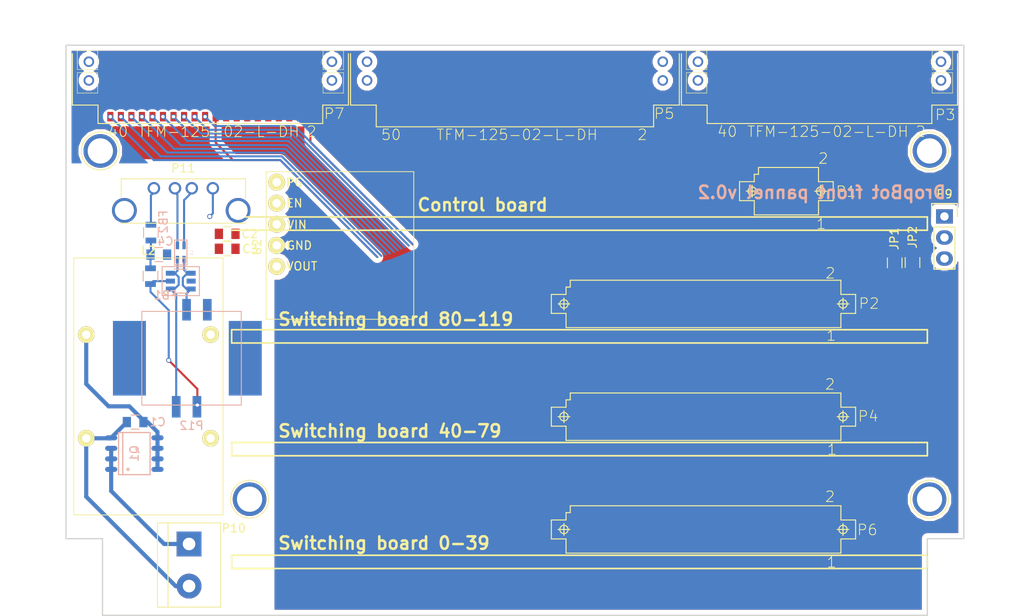
<source format=kicad_pcb>
(kicad_pcb (version 4) (host pcbnew 4.0.1-stable)
  (title_block (title "DropBot front pannel") (date 2016-12-18) (rev 0.1) (company "Sci-Bots Inc."))
  (layers (0 F.Cu signal) (1 PWR power hide) (2 GND power) (31 B.Cu signal) (34 B.Paste user) (35 F.Paste user) (36 B.SilkS user) (37 F.SilkS user) (38 B.Mask user) (39 F.Mask user) (44 Edge.Cuts user))
  (net 0 "")
  (net 1 SCL)
  (net 2 GND)
  (net 3 +12V)
  (net 4 SDA)
  (net 5 +3.3V)
  (net 6 CUR_SENSE)
  (net 7 HVOUT34)
  (net 8 HVOUT36)
  (net 9 HVOUT38)
  (net 10 HVOUT18)
  (net 11 HVOUT20)
  (net 12 HVOUT24)
  (net 13 HVOUT22)
  (net 14 HVOUT30)
  (net 15 HVOUT32)
  (net 16 HVOUT28)
  (net 17 HVOUT26)
  (net 18 HVOUT10)
  (net 19 HVOUT12)
  (net 20 HVOUT16)
  (net 21 HVOUT14)
  (net 22 HVOUT6)
  (net 23 HVOUT8)
  (net 24 HVOUT4)
  (net 25 HVGND)
  (net 26 HVOUT33)
  (net 27 HVOUT35)
  (net 28 HVOUT39)
  (net 29 HVOUT37)
  (net 30 HVOUT17)
  (net 31 HVOUT19)
  (net 32 HVOUT23)
  (net 33 HVOUT21)
  (net 34 HVOUT5)
  (net 35 HVOUT7)
  (net 36 HVOUT3)
  (net 37 HVOUT1)
  (net 38 HVOUT9)
  (net 39 HVOUT11)
  (net 40 HVOUT15)
  (net 41 HVOUT13)
  (net 42 HVOUT0)
  (net 43 HVOUT2)
  (net 44 HVOUT25)
  (net 45 HVOUT27)
  (net 46 HVOUT31)
  (net 47 HVOUT29)
  (net 48 HVOUT68)
  (net 49 HVOUT70)
  (net 50 HVOUT74)
  (net 51 HVOUT72)
  (net 52 HVOUT78)
  (net 53 HVOUT76)
  (net 54 HVOUT69)
  (net 55 HVOUT71)
  (net 56 HVOUT75)
  (net 57 HVOUT73)
  (net 58 HVOUT79)
  (net 59 HVOUT77)
  (net 60 HVOUT61)
  (net 61 HVOUT63)
  (net 62 HVOUT67)
  (net 63 HVOUT65)
  (net 64 HVOUT60)
  (net 65 HVOUT62)
  (net 66 HVOUT66)
  (net 67 HVOUT64)
  (net 68 HVOUT56)
  (net 69 HVOUT58)
  (net 70 HVOUT44)
  (net 71 HVOUT46)
  (net 72 HVOUT42)
  (net 73 HVOUT48)
  (net 74 HVOUT50)
  (net 75 HVOUT54)
  (net 76 HVOUT52)
  (net 77 HVOUT57)
  (net 78 HVOUT59)
  (net 79 HVOUT45)
  (net 80 HVOUT47)
  (net 81 HVOUT43)
  (net 82 HVOUT41)
  (net 83 HVOUT49)
  (net 84 HVOUT51)
  (net 85 HVOUT55)
  (net 86 HVOUT53)
  (net 87 HVOUT40)
  (net 88 HVOUT108)
  (net 89 HVOUT110)
  (net 90 HVOUT114)
  (net 91 HVOUT112)
  (net 92 HVOUT118)
  (net 93 HVOUT116)
  (net 94 HVOUT109)
  (net 95 HVOUT111)
  (net 96 HVOUT115)
  (net 97 HVOUT113)
  (net 98 HVOUT119)
  (net 99 HVOUT117)
  (net 100 HVOUT101)
  (net 101 HVOUT103)
  (net 102 HVOUT107)
  (net 103 HVOUT105)
  (net 104 HVOUT100)
  (net 105 HVOUT102)
  (net 106 HVOUT106)
  (net 107 HVOUT104)
  (net 108 HVOUT96)
  (net 109 HVOUT98)
  (net 110 HVOUT84)
  (net 111 HVOUT86)
  (net 112 HVOUT82)
  (net 113 HVOUT88)
  (net 114 HVOUT90)
  (net 115 HVOUT94)
  (net 116 HVOUT92)
  (net 117 HVOUT97)
  (net 118 HVOUT99)
  (net 119 HVOUT85)
  (net 120 HVOUT87)
  (net 121 HVOUT83)
  (net 122 HVOUT81)
  (net 123 HVOUT89)
  (net 124 HVOUT91)
  (net 125 HVOUT95)
  (net 126 HVOUT93)
  (net 127 HVOUT80)
  (net 128 HV_OE)
  (net 129 RST1)
  (net 130 RST2)
  (net 131 RST3)
  (net 132 HVAC)
  (net 133 "Net-(P3-PadG1)")
  (net 134 "Net-(P5-Pad41)")
  (net 135 "Net-(P5-Pad42)")
  (net 136 "Net-(P5-Pad43)")
  (net 137 "Net-(P5-Pad44)")
  (net 138 "Net-(P5-Pad45)")
  (net 139 "Net-(P5-Pad46)")
  (net 140 "Net-(P5-Pad47)")
  (net 141 "Net-(P5-Pad48)")
  (net 142 "Net-(P5-Pad49)")
  (net 143 "Net-(P5-Pad50)")
  (net 144 "Net-(P7-PadG1)")
  (net 145 CHASIS_GND)
  (net 146 "Net-(U2-Pad2)")
  (net 147 "Net-(U2-Pad1)")
  (net 148 "Net-(P5-PadG1)")
  (net 149 "Net-(D1-Pad1)")
  (net 150 "Net-(D1-Pad4)")
  (net 151 "Net-(D1-Pad5)")
  (net 152 "Net-(L1-Pad3)")
  (net 153 "Net-(L1-Pad2)")
  (net 154 "Net-(C1-Pad1)")
  (net 155 "Net-(C4-Pad2)")
  (net 156 "Net-(FB2-Pad2)")
  (net 157 +12V_SUPPLY)
  (module WheelerLab:UE27AE54100 (layer F.Cu) (at 60 48.5)
    (fp_text reference P11 (at 0 -2.413) (layer F.SilkS))
    (fp_text value USB_A hide)
    (pad 4 thru_hole circle (at 3.57 0 270) (size 1.5 1.5) (drill 1) (layers *.Cu *.Mask) (net 2 GND))
    (pad 3 thru_hole circle (at 1.03 0 270) (size 1.5 1.5) (drill 1) (layers *.Cu *.Mask) (net 153 "Net-(L1-Pad2)"))
    (pad 2 thru_hole circle (at -1 0 270) (size 1.5 1.5) (drill 1) (layers *.Cu *.Mask) (net 152 "Net-(L1-Pad3)"))
    (pad 1 thru_hole circle (at -3.54 0 270) (size 1.5 1.5) (drill 1) (layers *.Cu *.Mask) (net 156 "Net-(FB2-Pad2)"))
    (pad 5 thru_hole circle (at 6.62 2.67 270) (size 3 3) (drill 2.3) (layers *.Cu *.Mask) (net 145 CHASIS_GND))
    (pad 5 thru_hole circle (at -7.1 2.67 270) (size 3 3) (drill 2.3) (layers *.Cu *.Mask) (net 145 CHASIS_GND))
  )
  (module Pin_Headers:Pin_Header_Straight_1x03 (layer F.Cu) (at 151.8 51.9)
    (fp_text reference P9 (at 0 -2.7) (layer F.SilkS))
    (fp_text value CONN_01X03)
    (pad 1 thru_hole rect (at 0 0) (size 2.032 1.7272) (drill 1.016) (layers *.Cu *.Mask) (net 129 RST1))
    (pad 2 thru_hole oval (at 0 2.54) (size 2.032 1.7272) (drill 1.016) (layers *.Cu *.Mask) (net 130 RST2))
    (pad 3 thru_hole oval (at 0 5.08) (size 2.032 1.7272) (drill 1.016) (layers *.Cu *.Mask) (net 131 RST3))
  )
  (module WheelerLab:TFM-120-02-X-DH (layer F.Cu) (at 63.2716 31.7638)
    (fp_text reference P7 (at 14.9284 7.7362) (layer F.SilkS) (effects (font (size 1.27 1.27) (thickness 0.1016))))
    (fp_text value TFM-125-02-L-DH (at 1.016 9.906) (layer F.SilkS) (effects (font (size 1.27 1.27) (thickness 0.1016))))
    (fp_text user 2 (at 12.192 9.906) (layer F.SilkS) (effects (font (size 1.27 1.27) (thickness 0.1016))))
    (fp_text user 40 (at -11.1252 9.906) (layer F.SilkS) (effects (font (size 1.27 1.27) (thickness 0.1016))))
    (pad 1 smd rect (at 12.065 6.5786) (size 0.7366 1.143) (layers F.Cu F.Paste F.Mask) (net 127 HVOUT80))
    (pad 2 smd rect (at 12.065 8.1026) (size 0.7366 1.143) (layers F.Cu F.Paste F.Mask) (net 122 HVOUT81))
    (pad 3 smd rect (at 10.795 6.5786) (size 0.7366 1.143) (layers F.Cu F.Paste F.Mask) (net 112 HVOUT82))
    (pad 4 smd rect (at 10.795 8.1026) (size 0.7366 1.143) (layers F.Cu F.Paste F.Mask) (net 121 HVOUT83))
    (pad 5 smd rect (at 9.525 6.5786) (size 0.7366 1.143) (layers F.Cu F.Paste F.Mask) (net 110 HVOUT84))
    (pad 6 smd rect (at 9.525 8.1026) (size 0.7366 1.143) (layers F.Cu F.Paste F.Mask) (net 119 HVOUT85))
    (pad 7 smd rect (at 8.255 6.5786) (size 0.7366 1.143) (layers F.Cu F.Paste F.Mask) (net 111 HVOUT86))
    (pad 8 smd rect (at 8.255 8.1026) (size 0.7366 1.143) (layers F.Cu F.Paste F.Mask) (net 120 HVOUT87))
    (pad 9 smd rect (at 6.985 6.5786) (size 0.7366 1.143) (layers F.Cu F.Paste F.Mask) (net 113 HVOUT88))
    (pad 10 smd rect (at 6.985 8.1026) (size 0.7366 1.143) (layers F.Cu F.Paste F.Mask) (net 123 HVOUT89))
    (pad 11 smd rect (at 5.715 6.5786) (size 0.7366 1.143) (layers F.Cu F.Paste F.Mask) (net 114 HVOUT90))
    (pad 12 smd rect (at 5.715 8.1026) (size 0.7366 1.143) (layers F.Cu F.Paste F.Mask) (net 124 HVOUT91))
    (pad 13 smd rect (at 4.445 6.5786) (size 0.7366 1.143) (layers F.Cu F.Paste F.Mask) (net 116 HVOUT92))
    (pad 14 smd rect (at 4.445 8.1026) (size 0.7366 1.143) (layers F.Cu F.Paste F.Mask) (net 126 HVOUT93))
    (pad 15 smd rect (at 3.175 6.5786) (size 0.7366 1.143) (layers F.Cu F.Paste F.Mask) (net 115 HVOUT94))
    (pad 16 smd rect (at 3.175 8.1026) (size 0.7366 1.143) (layers F.Cu F.Paste F.Mask) (net 125 HVOUT95))
    (pad 17 smd rect (at 1.905 6.5786) (size 0.7366 1.143) (layers F.Cu F.Paste F.Mask) (net 108 HVOUT96))
    (pad 18 smd rect (at 1.905 8.1026) (size 0.7366 1.143) (layers F.Cu F.Paste F.Mask) (net 117 HVOUT97))
    (pad 19 smd rect (at 0.635 6.5786) (size 0.7366 1.143) (layers F.Cu F.Paste F.Mask) (net 109 HVOUT98))
    (pad 20 smd rect (at 0.635 8.1026) (size 0.7366 1.143) (layers F.Cu F.Paste F.Mask) (net 118 HVOUT99))
    (pad 21 smd rect (at -0.635 6.5786) (size 0.7366 1.143) (layers F.Cu F.Paste F.Mask) (net 104 HVOUT100))
    (pad 22 smd rect (at -0.635 8.1026) (size 0.7366 1.143) (layers F.Cu F.Paste F.Mask) (net 100 HVOUT101))
    (pad 23 smd rect (at -1.905 6.5786) (size 0.7366 1.143) (layers F.Cu F.Paste F.Mask) (net 105 HVOUT102))
    (pad 24 smd rect (at -1.905 8.1026) (size 0.7366 1.143) (layers F.Cu F.Paste F.Mask) (net 101 HVOUT103))
    (pad 25 smd rect (at -3.175 6.5786) (size 0.7366 1.143) (layers F.Cu F.Paste F.Mask) (net 107 HVOUT104))
    (pad 26 smd rect (at -3.175 8.1026) (size 0.7366 1.143) (layers F.Cu F.Paste F.Mask) (net 103 HVOUT105))
    (pad 27 smd rect (at -4.445 6.5786) (size 0.7366 1.143) (layers F.Cu F.Paste F.Mask) (net 106 HVOUT106))
    (pad 28 smd rect (at -4.445 8.1026) (size 0.7366 1.143) (layers F.Cu F.Paste F.Mask) (net 102 HVOUT107))
    (pad 29 smd rect (at -5.715 6.5786) (size 0.7366 1.143) (layers F.Cu F.Paste F.Mask) (net 88 HVOUT108))
    (pad 30 smd rect (at -5.715 8.1026) (size 0.7366 1.143) (layers F.Cu F.Paste F.Mask) (net 94 HVOUT109))
    (pad 31 smd rect (at -6.985 6.5786) (size 0.7366 1.143) (layers F.Cu F.Paste F.Mask) (net 89 HVOUT110))
    (pad 32 smd rect (at -6.985 8.1026) (size 0.7366 1.143) (layers F.Cu F.Paste F.Mask) (net 95 HVOUT111))
    (pad 33 smd rect (at -8.255 6.5786) (size 0.7366 1.143) (layers F.Cu F.Paste F.Mask) (net 91 HVOUT112))
    (pad 34 smd rect (at -8.255 8.1026) (size 0.7366 1.143) (layers F.Cu F.Paste F.Mask) (net 97 HVOUT113))
    (pad 35 smd rect (at -9.525 6.5786) (size 0.7366 1.143) (layers F.Cu F.Paste F.Mask) (net 90 HVOUT114))
    (pad 36 smd rect (at -9.525 8.1026) (size 0.7366 1.143) (layers F.Cu F.Paste F.Mask) (net 96 HVOUT115))
    (pad 37 smd rect (at -10.795 6.5786) (size 0.7366 1.143) (layers F.Cu F.Paste F.Mask) (net 93 HVOUT116))
    (pad 38 smd rect (at -10.795 8.1026) (size 0.7366 1.143) (layers F.Cu F.Paste F.Mask) (net 99 HVOUT117))
    (pad 39 smd rect (at -12.065 6.5786) (size 0.7366 1.143) (layers F.Cu F.Paste F.Mask) (net 92 HVOUT118))
    (pad 40 smd rect (at -12.065 8.1026) (size 0.7366 1.143) (layers F.Cu F.Paste F.Mask) (net 98 HVOUT119))
    (pad G1 thru_hole circle (at 14.6558 1.4732) (size 1.27 1.27) (drill 0.8382) (layers *.Cu *.Paste *.Mask) (net 144 "Net-(P7-PadG1)"))
    (pad G2 thru_hole circle (at -14.6558 1.4732) (size 1.27 1.27) (drill 0.8382) (layers *.Cu *.Paste *.Mask) (net 144 "Net-(P7-PadG1)"))
    (pad G3 thru_hole circle (at 14.6558 3.7338) (size 1.27 1.27) (drill 0.8382) (layers *.Cu *.Paste *.Mask) (net 144 "Net-(P7-PadG1)"))
    (pad G4 thru_hole circle (at -14.6558 3.7338) (size 1.27 1.27) (drill 0.8382) (layers *.Cu *.Paste *.Mask) (net 144 "Net-(P7-PadG1)"))
  )
  (module WheelerLab:TFM-120-02-X-DH (layer F.Cu) (at 136.7284 31.7638)
    (fp_text reference P3 (at 15.1716 7.8862) (layer F.SilkS) (effects (font (size 1.27 1.27) (thickness 0.1016))))
    (fp_text value TFM-125-02-L-DH (at 1.016 9.906) (layer F.SilkS) (effects (font (size 1.27 1.27) (thickness 0.1016))))
    (fp_text user 2 (at 12.192 9.906) (layer F.SilkS) (effects (font (size 1.27 1.27) (thickness 0.1016))))
    (fp_text user 40 (at -11.1252 9.906) (layer F.SilkS) (effects (font (size 1.27 1.27) (thickness 0.1016))))
    (pad 1 smd rect (at 12.065 6.5786) (size 0.7366 1.143) (layers F.Cu F.Paste F.Mask) (net 42 HVOUT0))
    (pad 2 smd rect (at 12.065 8.1026) (size 0.7366 1.143) (layers F.Cu F.Paste F.Mask) (net 37 HVOUT1))
    (pad 3 smd rect (at 10.795 6.5786) (size 0.7366 1.143) (layers F.Cu F.Paste F.Mask) (net 43 HVOUT2))
    (pad 4 smd rect (at 10.795 8.1026) (size 0.7366 1.143) (layers F.Cu F.Paste F.Mask) (net 36 HVOUT3))
    (pad 5 smd rect (at 9.525 6.5786) (size 0.7366 1.143) (layers F.Cu F.Paste F.Mask) (net 24 HVOUT4))
    (pad 6 smd rect (at 9.525 8.1026) (size 0.7366 1.143) (layers F.Cu F.Paste F.Mask) (net 34 HVOUT5))
    (pad 7 smd rect (at 8.255 6.5786) (size 0.7366 1.143) (layers F.Cu F.Paste F.Mask) (net 22 HVOUT6))
    (pad 8 smd rect (at 8.255 8.1026) (size 0.7366 1.143) (layers F.Cu F.Paste F.Mask) (net 35 HVOUT7))
    (pad 9 smd rect (at 6.985 6.5786) (size 0.7366 1.143) (layers F.Cu F.Paste F.Mask) (net 23 HVOUT8))
    (pad 10 smd rect (at 6.985 8.1026) (size 0.7366 1.143) (layers F.Cu F.Paste F.Mask) (net 38 HVOUT9))
    (pad 11 smd rect (at 5.715 6.5786) (size 0.7366 1.143) (layers F.Cu F.Paste F.Mask) (net 18 HVOUT10))
    (pad 12 smd rect (at 5.715 8.1026) (size 0.7366 1.143) (layers F.Cu F.Paste F.Mask) (net 39 HVOUT11))
    (pad 13 smd rect (at 4.445 6.5786) (size 0.7366 1.143) (layers F.Cu F.Paste F.Mask) (net 19 HVOUT12))
    (pad 14 smd rect (at 4.445 8.1026) (size 0.7366 1.143) (layers F.Cu F.Paste F.Mask) (net 41 HVOUT13))
    (pad 15 smd rect (at 3.175 6.5786) (size 0.7366 1.143) (layers F.Cu F.Paste F.Mask) (net 21 HVOUT14))
    (pad 16 smd rect (at 3.175 8.1026) (size 0.7366 1.143) (layers F.Cu F.Paste F.Mask) (net 40 HVOUT15))
    (pad 17 smd rect (at 1.905 6.5786) (size 0.7366 1.143) (layers F.Cu F.Paste F.Mask) (net 20 HVOUT16))
    (pad 18 smd rect (at 1.905 8.1026) (size 0.7366 1.143) (layers F.Cu F.Paste F.Mask) (net 30 HVOUT17))
    (pad 19 smd rect (at 0.635 6.5786) (size 0.7366 1.143) (layers F.Cu F.Paste F.Mask) (net 10 HVOUT18))
    (pad 20 smd rect (at 0.635 8.1026) (size 0.7366 1.143) (layers F.Cu F.Paste F.Mask) (net 31 HVOUT19))
    (pad 21 smd rect (at -0.635 6.5786) (size 0.7366 1.143) (layers F.Cu F.Paste F.Mask) (net 11 HVOUT20))
    (pad 22 smd rect (at -0.635 8.1026) (size 0.7366 1.143) (layers F.Cu F.Paste F.Mask) (net 33 HVOUT21))
    (pad 23 smd rect (at -1.905 6.5786) (size 0.7366 1.143) (layers F.Cu F.Paste F.Mask) (net 13 HVOUT22))
    (pad 24 smd rect (at -1.905 8.1026) (size 0.7366 1.143) (layers F.Cu F.Paste F.Mask) (net 32 HVOUT23))
    (pad 25 smd rect (at -3.175 6.5786) (size 0.7366 1.143) (layers F.Cu F.Paste F.Mask) (net 12 HVOUT24))
    (pad 26 smd rect (at -3.175 8.1026) (size 0.7366 1.143) (layers F.Cu F.Paste F.Mask) (net 44 HVOUT25))
    (pad 27 smd rect (at -4.445 6.5786) (size 0.7366 1.143) (layers F.Cu F.Paste F.Mask) (net 17 HVOUT26))
    (pad 28 smd rect (at -4.445 8.1026) (size 0.7366 1.143) (layers F.Cu F.Paste F.Mask) (net 45 HVOUT27))
    (pad 29 smd rect (at -5.715 6.5786) (size 0.7366 1.143) (layers F.Cu F.Paste F.Mask) (net 16 HVOUT28))
    (pad 30 smd rect (at -5.715 8.1026) (size 0.7366 1.143) (layers F.Cu F.Paste F.Mask) (net 47 HVOUT29))
    (pad 31 smd rect (at -6.985 6.5786) (size 0.7366 1.143) (layers F.Cu F.Paste F.Mask) (net 14 HVOUT30))
    (pad 32 smd rect (at -6.985 8.1026) (size 0.7366 1.143) (layers F.Cu F.Paste F.Mask) (net 46 HVOUT31))
    (pad 33 smd rect (at -8.255 6.5786) (size 0.7366 1.143) (layers F.Cu F.Paste F.Mask) (net 15 HVOUT32))
    (pad 34 smd rect (at -8.255 8.1026) (size 0.7366 1.143) (layers F.Cu F.Paste F.Mask) (net 26 HVOUT33))
    (pad 35 smd rect (at -9.525 6.5786) (size 0.7366 1.143) (layers F.Cu F.Paste F.Mask) (net 7 HVOUT34))
    (pad 36 smd rect (at -9.525 8.1026) (size 0.7366 1.143) (layers F.Cu F.Paste F.Mask) (net 27 HVOUT35))
    (pad 37 smd rect (at -10.795 6.5786) (size 0.7366 1.143) (layers F.Cu F.Paste F.Mask) (net 8 HVOUT36))
    (pad 38 smd rect (at -10.795 8.1026) (size 0.7366 1.143) (layers F.Cu F.Paste F.Mask) (net 29 HVOUT37))
    (pad 39 smd rect (at -12.065 6.5786) (size 0.7366 1.143) (layers F.Cu F.Paste F.Mask) (net 9 HVOUT38))
    (pad 40 smd rect (at -12.065 8.1026) (size 0.7366 1.143) (layers F.Cu F.Paste F.Mask) (net 28 HVOUT39))
    (pad G1 thru_hole circle (at 14.6558 1.4732) (size 1.27 1.27) (drill 0.8382) (layers *.Cu *.Paste *.Mask) (net 133 "Net-(P3-PadG1)"))
    (pad G2 thru_hole circle (at -14.6558 1.4732) (size 1.27 1.27) (drill 0.8382) (layers *.Cu *.Paste *.Mask) (net 133 "Net-(P3-PadG1)"))
    (pad G3 thru_hole circle (at 14.6558 3.7338) (size 1.27 1.27) (drill 0.8382) (layers *.Cu *.Paste *.Mask) (net 133 "Net-(P3-PadG1)"))
    (pad G4 thru_hole circle (at -14.6558 3.7338) (size 1.27 1.27) (drill 0.8382) (layers *.Cu *.Paste *.Mask) (net 133 "Net-(P3-PadG1)"))
  )
  (module WheelerLab:SFM-105-02-XXX-D-A (layer F.Cu) (at 132.7384 48.8495)
    (fp_text reference P1 (at 7.2 0.0505) (layer F.SilkS) (effects (font (size 1.27 1.27) (thickness 0.1016))))
    (fp_text value SFM-105-02-L-D-A hide)
    (fp_text user 1 (at 4.191 3.937) (layer F.SilkS) (effects (font (size 1.27 1.27) (thickness 0.1016))))
    (fp_text user 2 (at 4.445 -3.937) (layer F.SilkS) (effects (font (size 1.27 1.27) (thickness 0.1016))))
    (pad 10 smd rect (at -2.54 -1.36398) (size 0.7366 2.21996) (layers F.Cu F.Paste F.Mask) (net 132 HVAC))
    (pad 9 smd rect (at -2.54 1.36398) (size 0.7366 2.21996) (layers F.Cu F.Paste F.Mask) (net 3 +12V))
    (pad 8 smd rect (at -1.27 -1.36398) (size 0.7366 2.21996) (layers F.Cu F.Paste F.Mask) (net 128 HV_OE))
    (pad 7 smd rect (at -1.27 1.36398) (size 0.7366 2.21996) (layers F.Cu F.Paste F.Mask) (net 3 +12V))
    (pad 1 smd rect (at 2.54 1.36398) (size 0.7366 2.21996) (layers F.Cu F.Paste F.Mask) (net 4 SDA))
    (pad 2 smd rect (at 2.54 -1.36398) (size 0.7366 2.21996) (layers F.Cu F.Paste F.Mask) (net 2 GND))
    (pad 3 smd rect (at 1.27 1.36398) (size 0.7366 2.21996) (layers F.Cu F.Paste F.Mask) (net 5 +3.3V))
    (pad 4 smd rect (at 1.27 -1.36398) (size 0.7366 2.21996) (layers F.Cu F.Paste F.Mask) (net 1 SCL))
    (pad 5 smd rect (at 0 1.36398) (size 0.7366 2.21996) (layers F.Cu F.Paste F.Mask) (net 6 CUR_SENSE))
    (pad 6 smd rect (at 0 -1.36398) (size 0.7366 2.21996) (layers F.Cu F.Paste F.Mask) (net 2 GND))
  )
  (module WheelerLab:SFM-125-02-XXX-D-A (layer F.Cu) (at 122.7384 62.449)
    (fp_text reference P2 (at 19.9616 -0.049) (layer F.SilkS) (effects (font (size 1.27 1.27) (thickness 0.1016))))
    (fp_text value SFM-125-02-L-D-A hide)
    (fp_text user 1 (at 15.4 3.8) (layer F.SilkS) (effects (font (size 1.27 1.27) (thickness 0.1016))))
    (fp_text user 2 (at 15.3 -3.7) (layer F.SilkS) (effects (font (size 1.27 1.27) (thickness 0.1016))))
    (pad 47 smd rect (at -13.97 1.36398) (size 0.7366 2.21996) (layers F.Cu F.Paste F.Mask) (net 36 HVOUT3))
    (pad 48 smd rect (at -13.97 -1.36398) (size 0.7366 2.21996) (layers F.Cu F.Paste F.Mask) (net 43 HVOUT2))
    (pad 33 smd rect (at -5.08 1.36398) (size 0.7366 2.21996) (layers F.Cu F.Paste F.Mask) (net 30 HVOUT17))
    (pad 34 smd rect (at -5.08 -1.36398) (size 0.7366 2.21996) (layers F.Cu F.Paste F.Mask) (net 20 HVOUT16))
    (pad 35 smd rect (at -6.35 1.36398) (size 0.7366 2.21996) (layers F.Cu F.Paste F.Mask) (net 40 HVOUT15))
    (pad 36 smd rect (at -6.35 -1.36398) (size 0.7366 2.21996) (layers F.Cu F.Paste F.Mask) (net 21 HVOUT14))
    (pad 37 smd rect (at -7.62 1.36398) (size 0.7366 2.21996) (layers F.Cu F.Paste F.Mask) (net 41 HVOUT13))
    (pad 38 smd rect (at -7.62 -1.36398) (size 0.7366 2.21996) (layers F.Cu F.Paste F.Mask) (net 19 HVOUT12))
    (pad 39 smd rect (at -8.89 1.36398) (size 0.7366 2.21996) (layers F.Cu F.Paste F.Mask) (net 39 HVOUT11))
    (pad 40 smd rect (at -8.89 -1.36398) (size 0.7366 2.21996) (layers F.Cu F.Paste F.Mask) (net 18 HVOUT10))
    (pad 20 smd rect (at 3.81 -1.36398) (size 0.7366 2.21996) (layers F.Cu F.Paste F.Mask) (net 14 HVOUT30))
    (pad 19 smd rect (at 3.81 1.36398) (size 0.7366 2.21996) (layers F.Cu F.Paste F.Mask) (net 46 HVOUT31))
    (pad 18 smd rect (at 5.08 -1.36398) (size 0.7366 2.21996) (layers F.Cu F.Paste F.Mask) (net 15 HVOUT32))
    (pad 17 smd rect (at 5.08 1.36398) (size 0.7366 2.21996) (layers F.Cu F.Paste F.Mask) (net 26 HVOUT33))
    (pad 16 smd rect (at 6.35 -1.36398) (size 0.7366 2.21996) (layers F.Cu F.Paste F.Mask) (net 7 HVOUT34))
    (pad 15 smd rect (at 6.35 1.36398) (size 0.7366 2.21996) (layers F.Cu F.Paste F.Mask) (net 27 HVOUT35))
    (pad 14 smd rect (at 7.62 -1.36398) (size 0.7366 2.21996) (layers F.Cu F.Paste F.Mask) (net 8 HVOUT36))
    (pad 13 smd rect (at 7.62 1.36398) (size 0.7366 2.21996) (layers F.Cu F.Paste F.Mask) (net 29 HVOUT37))
    (pad 12 smd rect (at 8.89 -1.36398) (size 0.7366 2.21996) (layers F.Cu F.Paste F.Mask) (net 9 HVOUT38))
    (pad 11 smd rect (at 8.89 1.36398) (size 0.7366 2.21996) (layers F.Cu F.Paste F.Mask) (net 28 HVOUT39))
    (pad 50 smd rect (at -15.24 -1.36398) (size 0.7366 2.21996) (layers F.Cu F.Paste F.Mask) (net 42 HVOUT0))
    (pad 49 smd rect (at -15.24 1.36398) (size 0.7366 2.21996) (layers F.Cu F.Paste F.Mask) (net 37 HVOUT1))
    (pad 46 smd rect (at -12.7 -1.36398) (size 0.7366 2.21996) (layers F.Cu F.Paste F.Mask) (net 24 HVOUT4))
    (pad 45 smd rect (at -12.7 1.36398) (size 0.7366 2.21996) (layers F.Cu F.Paste F.Mask) (net 34 HVOUT5))
    (pad 44 smd rect (at -11.43 -1.36398) (size 0.7366 2.21996) (layers F.Cu F.Paste F.Mask) (net 22 HVOUT6))
    (pad 43 smd rect (at -11.43 1.36398) (size 0.7366 2.21996) (layers F.Cu F.Paste F.Mask) (net 35 HVOUT7))
    (pad 42 smd rect (at -10.16 -1.36398) (size 0.7366 2.21996) (layers F.Cu F.Paste F.Mask) (net 23 HVOUT8))
    (pad 41 smd rect (at -10.16 1.36398) (size 0.7366 2.21996) (layers F.Cu F.Paste F.Mask) (net 38 HVOUT9))
    (pad 32 smd rect (at -3.81 -1.36398) (size 0.7366 2.21996) (layers F.Cu F.Paste F.Mask) (net 10 HVOUT18))
    (pad 31 smd rect (at -3.81 1.36398) (size 0.7366 2.21996) (layers F.Cu F.Paste F.Mask) (net 31 HVOUT19))
    (pad 1 smd rect (at 15.24 1.36398) (size 0.7366 2.21996) (layers F.Cu F.Paste F.Mask) (net 4 SDA))
    (pad 2 smd rect (at 15.24 -1.36398) (size 0.7366 2.21996) (layers F.Cu F.Paste F.Mask) (net 5 +3.3V))
    (pad 3 smd rect (at 13.97 1.36398) (size 0.7366 2.21996) (layers F.Cu F.Paste F.Mask) (net 2 GND))
    (pad 4 smd rect (at 13.97 -1.36398) (size 0.7366 2.21996) (layers F.Cu F.Paste F.Mask) (net 5 +3.3V))
    (pad 5 smd rect (at 12.7 1.36398) (size 0.7366 2.21996) (layers F.Cu F.Paste F.Mask) (net 2 GND))
    (pad 6 smd rect (at 12.7 -1.36398) (size 0.7366 2.21996) (layers F.Cu F.Paste F.Mask) (net 1 SCL))
    (pad 7 smd rect (at 11.43 1.36398) (size 0.7366 2.21996) (layers F.Cu F.Paste F.Mask) (net 2 GND))
    (pad 8 smd rect (at 11.43 -1.36398) (size 0.7366 2.21996) (layers F.Cu F.Paste F.Mask) (net 129 RST1))
    (pad 9 smd rect (at 10.16 1.36398) (size 0.7366 2.21996) (layers F.Cu F.Paste F.Mask) (net 132 HVAC))
    (pad 10 smd rect (at 10.16 -1.36398) (size 0.7366 2.21996) (layers F.Cu F.Paste F.Mask) (net 25 HVGND))
    (pad 21 smd rect (at 2.54 1.36398) (size 0.7366 2.21996) (layers F.Cu F.Paste F.Mask) (net 47 HVOUT29))
    (pad 22 smd rect (at 2.54 -1.36398) (size 0.7366 2.21996) (layers F.Cu F.Paste F.Mask) (net 16 HVOUT28))
    (pad 23 smd rect (at 1.27 1.36398) (size 0.7366 2.21996) (layers F.Cu F.Paste F.Mask) (net 45 HVOUT27))
    (pad 24 smd rect (at 1.27 -1.36398) (size 0.7366 2.21996) (layers F.Cu F.Paste F.Mask) (net 17 HVOUT26))
    (pad 25 smd rect (at 0 1.36398) (size 0.7366 2.21996) (layers F.Cu F.Paste F.Mask) (net 44 HVOUT25))
    (pad 26 smd rect (at 0 -1.36398) (size 0.7366 2.21996) (layers F.Cu F.Paste F.Mask) (net 12 HVOUT24))
    (pad 27 smd rect (at -1.27 1.36398) (size 0.7366 2.21996) (layers F.Cu F.Paste F.Mask) (net 32 HVOUT23))
    (pad 28 smd rect (at -1.27 -1.36398) (size 0.7366 2.21996) (layers F.Cu F.Paste F.Mask) (net 13 HVOUT22))
    (pad 29 smd rect (at -2.54 1.36398) (size 0.7366 2.21996) (layers F.Cu F.Paste F.Mask) (net 33 HVOUT21))
    (pad 30 smd rect (at -2.54 -1.36398) (size 0.7366 2.21996) (layers F.Cu F.Paste F.Mask) (net 11 HVOUT20))
  )
  (module WheelerLab:SFM-125-02-XXX-D-A (layer F.Cu) (at 122.7384 76.049)
    (fp_text reference P4 (at 19.8616 -0.049) (layer F.SilkS) (effects (font (size 1.27 1.27) (thickness 0.1016))))
    (fp_text value SFM-125-02-L-D-A hide)
    (fp_text user 1 (at 15.5 3.95) (layer F.SilkS) (effects (font (size 1.27 1.27) (thickness 0.1016))))
    (fp_text user 2 (at 15.25 -3.9) (layer F.SilkS) (effects (font (size 1.27 1.27) (thickness 0.1016))))
    (pad 47 smd rect (at -13.97 1.36398) (size 0.7366 2.21996) (layers F.Cu F.Paste F.Mask) (net 81 HVOUT43))
    (pad 48 smd rect (at -13.97 -1.36398) (size 0.7366 2.21996) (layers F.Cu F.Paste F.Mask) (net 72 HVOUT42))
    (pad 33 smd rect (at -5.08 1.36398) (size 0.7366 2.21996) (layers F.Cu F.Paste F.Mask) (net 77 HVOUT57))
    (pad 34 smd rect (at -5.08 -1.36398) (size 0.7366 2.21996) (layers F.Cu F.Paste F.Mask) (net 68 HVOUT56))
    (pad 35 smd rect (at -6.35 1.36398) (size 0.7366 2.21996) (layers F.Cu F.Paste F.Mask) (net 85 HVOUT55))
    (pad 36 smd rect (at -6.35 -1.36398) (size 0.7366 2.21996) (layers F.Cu F.Paste F.Mask) (net 75 HVOUT54))
    (pad 37 smd rect (at -7.62 1.36398) (size 0.7366 2.21996) (layers F.Cu F.Paste F.Mask) (net 86 HVOUT53))
    (pad 38 smd rect (at -7.62 -1.36398) (size 0.7366 2.21996) (layers F.Cu F.Paste F.Mask) (net 76 HVOUT52))
    (pad 39 smd rect (at -8.89 1.36398) (size 0.7366 2.21996) (layers F.Cu F.Paste F.Mask) (net 84 HVOUT51))
    (pad 40 smd rect (at -8.89 -1.36398) (size 0.7366 2.21996) (layers F.Cu F.Paste F.Mask) (net 74 HVOUT50))
    (pad 20 smd rect (at 3.81 -1.36398) (size 0.7366 2.21996) (layers F.Cu F.Paste F.Mask) (net 49 HVOUT70))
    (pad 19 smd rect (at 3.81 1.36398) (size 0.7366 2.21996) (layers F.Cu F.Paste F.Mask) (net 55 HVOUT71))
    (pad 18 smd rect (at 5.08 -1.36398) (size 0.7366 2.21996) (layers F.Cu F.Paste F.Mask) (net 51 HVOUT72))
    (pad 17 smd rect (at 5.08 1.36398) (size 0.7366 2.21996) (layers F.Cu F.Paste F.Mask) (net 57 HVOUT73))
    (pad 16 smd rect (at 6.35 -1.36398) (size 0.7366 2.21996) (layers F.Cu F.Paste F.Mask) (net 50 HVOUT74))
    (pad 15 smd rect (at 6.35 1.36398) (size 0.7366 2.21996) (layers F.Cu F.Paste F.Mask) (net 56 HVOUT75))
    (pad 14 smd rect (at 7.62 -1.36398) (size 0.7366 2.21996) (layers F.Cu F.Paste F.Mask) (net 53 HVOUT76))
    (pad 13 smd rect (at 7.62 1.36398) (size 0.7366 2.21996) (layers F.Cu F.Paste F.Mask) (net 59 HVOUT77))
    (pad 12 smd rect (at 8.89 -1.36398) (size 0.7366 2.21996) (layers F.Cu F.Paste F.Mask) (net 52 HVOUT78))
    (pad 11 smd rect (at 8.89 1.36398) (size 0.7366 2.21996) (layers F.Cu F.Paste F.Mask) (net 58 HVOUT79))
    (pad 50 smd rect (at -15.24 -1.36398) (size 0.7366 2.21996) (layers F.Cu F.Paste F.Mask) (net 87 HVOUT40))
    (pad 49 smd rect (at -15.24 1.36398) (size 0.7366 2.21996) (layers F.Cu F.Paste F.Mask) (net 82 HVOUT41))
    (pad 46 smd rect (at -12.7 -1.36398) (size 0.7366 2.21996) (layers F.Cu F.Paste F.Mask) (net 70 HVOUT44))
    (pad 45 smd rect (at -12.7 1.36398) (size 0.7366 2.21996) (layers F.Cu F.Paste F.Mask) (net 79 HVOUT45))
    (pad 44 smd rect (at -11.43 -1.36398) (size 0.7366 2.21996) (layers F.Cu F.Paste F.Mask) (net 71 HVOUT46))
    (pad 43 smd rect (at -11.43 1.36398) (size 0.7366 2.21996) (layers F.Cu F.Paste F.Mask) (net 80 HVOUT47))
    (pad 42 smd rect (at -10.16 -1.36398) (size 0.7366 2.21996) (layers F.Cu F.Paste F.Mask) (net 73 HVOUT48))
    (pad 41 smd rect (at -10.16 1.36398) (size 0.7366 2.21996) (layers F.Cu F.Paste F.Mask) (net 83 HVOUT49))
    (pad 32 smd rect (at -3.81 -1.36398) (size 0.7366 2.21996) (layers F.Cu F.Paste F.Mask) (net 69 HVOUT58))
    (pad 31 smd rect (at -3.81 1.36398) (size 0.7366 2.21996) (layers F.Cu F.Paste F.Mask) (net 78 HVOUT59))
    (pad 1 smd rect (at 15.24 1.36398) (size 0.7366 2.21996) (layers F.Cu F.Paste F.Mask) (net 4 SDA))
    (pad 2 smd rect (at 15.24 -1.36398) (size 0.7366 2.21996) (layers F.Cu F.Paste F.Mask) (net 5 +3.3V))
    (pad 3 smd rect (at 13.97 1.36398) (size 0.7366 2.21996) (layers F.Cu F.Paste F.Mask) (net 2 GND))
    (pad 4 smd rect (at 13.97 -1.36398) (size 0.7366 2.21996) (layers F.Cu F.Paste F.Mask) (net 5 +3.3V))
    (pad 5 smd rect (at 12.7 1.36398) (size 0.7366 2.21996) (layers F.Cu F.Paste F.Mask) (net 2 GND))
    (pad 6 smd rect (at 12.7 -1.36398) (size 0.7366 2.21996) (layers F.Cu F.Paste F.Mask) (net 1 SCL))
    (pad 7 smd rect (at 11.43 1.36398) (size 0.7366 2.21996) (layers F.Cu F.Paste F.Mask) (net 2 GND))
    (pad 8 smd rect (at 11.43 -1.36398) (size 0.7366 2.21996) (layers F.Cu F.Paste F.Mask) (net 130 RST2))
    (pad 9 smd rect (at 10.16 1.36398) (size 0.7366 2.21996) (layers F.Cu F.Paste F.Mask) (net 132 HVAC))
    (pad 10 smd rect (at 10.16 -1.36398) (size 0.7366 2.21996) (layers F.Cu F.Paste F.Mask) (net 25 HVGND))
    (pad 21 smd rect (at 2.54 1.36398) (size 0.7366 2.21996) (layers F.Cu F.Paste F.Mask) (net 54 HVOUT69))
    (pad 22 smd rect (at 2.54 -1.36398) (size 0.7366 2.21996) (layers F.Cu F.Paste F.Mask) (net 48 HVOUT68))
    (pad 23 smd rect (at 1.27 1.36398) (size 0.7366 2.21996) (layers F.Cu F.Paste F.Mask) (net 62 HVOUT67))
    (pad 24 smd rect (at 1.27 -1.36398) (size 0.7366 2.21996) (layers F.Cu F.Paste F.Mask) (net 66 HVOUT66))
    (pad 25 smd rect (at 0 1.36398) (size 0.7366 2.21996) (layers F.Cu F.Paste F.Mask) (net 63 HVOUT65))
    (pad 26 smd rect (at 0 -1.36398) (size 0.7366 2.21996) (layers F.Cu F.Paste F.Mask) (net 67 HVOUT64))
    (pad 27 smd rect (at -1.27 1.36398) (size 0.7366 2.21996) (layers F.Cu F.Paste F.Mask) (net 61 HVOUT63))
    (pad 28 smd rect (at -1.27 -1.36398) (size 0.7366 2.21996) (layers F.Cu F.Paste F.Mask) (net 65 HVOUT62))
    (pad 29 smd rect (at -2.54 1.36398) (size 0.7366 2.21996) (layers F.Cu F.Paste F.Mask) (net 60 HVOUT61))
    (pad 30 smd rect (at -2.54 -1.36398) (size 0.7366 2.21996) (layers F.Cu F.Paste F.Mask) (net 64 HVOUT60))
  )
  (module WheelerLab:SFM-125-02-XXX-D-A (layer F.Cu) (at 122.7384 89.649)
    (fp_text reference P6 (at 19.7616 0.051) (layer F.SilkS) (effects (font (size 1.27 1.27) (thickness 0.1016))))
    (fp_text value SFM-125-02-L-D-A hide)
    (fp_text user 1 (at 15.45 3.95) (layer F.SilkS) (effects (font (size 1.27 1.27) (thickness 0.1016))))
    (fp_text user 2 (at 15.25 -3.95) (layer F.SilkS) (effects (font (size 1.27 1.27) (thickness 0.1016))))
    (pad 47 smd rect (at -13.97 1.36398) (size 0.7366 2.21996) (layers F.Cu F.Paste F.Mask) (net 121 HVOUT83))
    (pad 48 smd rect (at -13.97 -1.36398) (size 0.7366 2.21996) (layers F.Cu F.Paste F.Mask) (net 112 HVOUT82))
    (pad 33 smd rect (at -5.08 1.36398) (size 0.7366 2.21996) (layers F.Cu F.Paste F.Mask) (net 117 HVOUT97))
    (pad 34 smd rect (at -5.08 -1.36398) (size 0.7366 2.21996) (layers F.Cu F.Paste F.Mask) (net 108 HVOUT96))
    (pad 35 smd rect (at -6.35 1.36398) (size 0.7366 2.21996) (layers F.Cu F.Paste F.Mask) (net 125 HVOUT95))
    (pad 36 smd rect (at -6.35 -1.36398) (size 0.7366 2.21996) (layers F.Cu F.Paste F.Mask) (net 115 HVOUT94))
    (pad 37 smd rect (at -7.62 1.36398) (size 0.7366 2.21996) (layers F.Cu F.Paste F.Mask) (net 126 HVOUT93))
    (pad 38 smd rect (at -7.62 -1.36398) (size 0.7366 2.21996) (layers F.Cu F.Paste F.Mask) (net 116 HVOUT92))
    (pad 39 smd rect (at -8.89 1.36398) (size 0.7366 2.21996) (layers F.Cu F.Paste F.Mask) (net 124 HVOUT91))
    (pad 40 smd rect (at -8.89 -1.36398) (size 0.7366 2.21996) (layers F.Cu F.Paste F.Mask) (net 114 HVOUT90))
    (pad 20 smd rect (at 3.81 -1.36398) (size 0.7366 2.21996) (layers F.Cu F.Paste F.Mask) (net 89 HVOUT110))
    (pad 19 smd rect (at 3.81 1.36398) (size 0.7366 2.21996) (layers F.Cu F.Paste F.Mask) (net 95 HVOUT111))
    (pad 18 smd rect (at 5.08 -1.36398) (size 0.7366 2.21996) (layers F.Cu F.Paste F.Mask) (net 91 HVOUT112))
    (pad 17 smd rect (at 5.08 1.36398) (size 0.7366 2.21996) (layers F.Cu F.Paste F.Mask) (net 97 HVOUT113))
    (pad 16 smd rect (at 6.35 -1.36398) (size 0.7366 2.21996) (layers F.Cu F.Paste F.Mask) (net 90 HVOUT114))
    (pad 15 smd rect (at 6.35 1.36398) (size 0.7366 2.21996) (layers F.Cu F.Paste F.Mask) (net 96 HVOUT115))
    (pad 14 smd rect (at 7.62 -1.36398) (size 0.7366 2.21996) (layers F.Cu F.Paste F.Mask) (net 93 HVOUT116))
    (pad 13 smd rect (at 7.62 1.36398) (size 0.7366 2.21996) (layers F.Cu F.Paste F.Mask) (net 99 HVOUT117))
    (pad 12 smd rect (at 8.89 -1.36398) (size 0.7366 2.21996) (layers F.Cu F.Paste F.Mask) (net 92 HVOUT118))
    (pad 11 smd rect (at 8.89 1.36398) (size 0.7366 2.21996) (layers F.Cu F.Paste F.Mask) (net 98 HVOUT119))
    (pad 50 smd rect (at -15.24 -1.36398) (size 0.7366 2.21996) (layers F.Cu F.Paste F.Mask) (net 127 HVOUT80))
    (pad 49 smd rect (at -15.24 1.36398) (size 0.7366 2.21996) (layers F.Cu F.Paste F.Mask) (net 122 HVOUT81))
    (pad 46 smd rect (at -12.7 -1.36398) (size 0.7366 2.21996) (layers F.Cu F.Paste F.Mask) (net 110 HVOUT84))
    (pad 45 smd rect (at -12.7 1.36398) (size 0.7366 2.21996) (layers F.Cu F.Paste F.Mask) (net 119 HVOUT85))
    (pad 44 smd rect (at -11.43 -1.36398) (size 0.7366 2.21996) (layers F.Cu F.Paste F.Mask) (net 111 HVOUT86))
    (pad 43 smd rect (at -11.43 1.36398) (size 0.7366 2.21996) (layers F.Cu F.Paste F.Mask) (net 120 HVOUT87))
    (pad 42 smd rect (at -10.16 -1.36398) (size 0.7366 2.21996) (layers F.Cu F.Paste F.Mask) (net 113 HVOUT88))
    (pad 41 smd rect (at -10.16 1.36398) (size 0.7366 2.21996) (layers F.Cu F.Paste F.Mask) (net 123 HVOUT89))
    (pad 32 smd rect (at -3.81 -1.36398) (size 0.7366 2.21996) (layers F.Cu F.Paste F.Mask) (net 109 HVOUT98))
    (pad 31 smd rect (at -3.81 1.36398) (size 0.7366 2.21996) (layers F.Cu F.Paste F.Mask) (net 118 HVOUT99))
    (pad 1 smd rect (at 15.24 1.36398) (size 0.7366 2.21996) (layers F.Cu F.Paste F.Mask) (net 4 SDA))
    (pad 2 smd rect (at 15.24 -1.36398) (size 0.7366 2.21996) (layers F.Cu F.Paste F.Mask) (net 5 +3.3V))
    (pad 3 smd rect (at 13.97 1.36398) (size 0.7366 2.21996) (layers F.Cu F.Paste F.Mask) (net 2 GND))
    (pad 4 smd rect (at 13.97 -1.36398) (size 0.7366 2.21996) (layers F.Cu F.Paste F.Mask) (net 5 +3.3V))
    (pad 5 smd rect (at 12.7 1.36398) (size 0.7366 2.21996) (layers F.Cu F.Paste F.Mask) (net 2 GND))
    (pad 6 smd rect (at 12.7 -1.36398) (size 0.7366 2.21996) (layers F.Cu F.Paste F.Mask) (net 1 SCL))
    (pad 7 smd rect (at 11.43 1.36398) (size 0.7366 2.21996) (layers F.Cu F.Paste F.Mask) (net 2 GND))
    (pad 8 smd rect (at 11.43 -1.36398) (size 0.7366 2.21996) (layers F.Cu F.Paste F.Mask) (net 131 RST3))
    (pad 9 smd rect (at 10.16 1.36398) (size 0.7366 2.21996) (layers F.Cu F.Paste F.Mask) (net 132 HVAC))
    (pad 10 smd rect (at 10.16 -1.36398) (size 0.7366 2.21996) (layers F.Cu F.Paste F.Mask) (net 25 HVGND))
    (pad 21 smd rect (at 2.54 1.36398) (size 0.7366 2.21996) (layers F.Cu F.Paste F.Mask) (net 94 HVOUT109))
    (pad 22 smd rect (at 2.54 -1.36398) (size 0.7366 2.21996) (layers F.Cu F.Paste F.Mask) (net 88 HVOUT108))
    (pad 23 smd rect (at 1.27 1.36398) (size 0.7366 2.21996) (layers F.Cu F.Paste F.Mask) (net 102 HVOUT107))
    (pad 24 smd rect (at 1.27 -1.36398) (size 0.7366 2.21996) (layers F.Cu F.Paste F.Mask) (net 106 HVOUT106))
    (pad 25 smd rect (at 0 1.36398) (size 0.7366 2.21996) (layers F.Cu F.Paste F.Mask) (net 103 HVOUT105))
    (pad 26 smd rect (at 0 -1.36398) (size 0.7366 2.21996) (layers F.Cu F.Paste F.Mask) (net 107 HVOUT104))
    (pad 27 smd rect (at -1.27 1.36398) (size 0.7366 2.21996) (layers F.Cu F.Paste F.Mask) (net 101 HVOUT103))
    (pad 28 smd rect (at -1.27 -1.36398) (size 0.7366 2.21996) (layers F.Cu F.Paste F.Mask) (net 105 HVOUT102))
    (pad 29 smd rect (at -2.54 1.36398) (size 0.7366 2.21996) (layers F.Cu F.Paste F.Mask) (net 100 HVOUT101))
    (pad 30 smd rect (at -2.54 -1.36398) (size 0.7366 2.21996) (layers F.Cu F.Paste F.Mask) (net 104 HVOUT100))
  )
  (module Connect:bornier2 (layer F.Cu) (at 60.7 91.4 270)
    (fp_text reference P10 (at -1.9 -5.4 360) (layer F.SilkS))
    (fp_text value CONN_01X02)
    (pad 1 thru_hole rect (at 0 0 270) (size 3 3) (drill 1.52) (layers *.Cu *.Mask) (net 157 +12V_SUPPLY))
    (pad 2 thru_hole circle (at 5.08 0 270) (size 3 3) (drill 1.52) (layers *.Cu *.Mask) (net 145 CHASIS_GND))
  )
  (module Power_Integrations:SO-8 (layer B.Cu) (at 54.1 80.5 90)
    (fp_text reference Q1 (at 0 0 90) (layer B.SilkS) (effects (justify mirror)))
    (fp_text value IRF9388TRPBF hide)
    (pad 1 smd oval (at -1.905 -2.794 90) (size 0.6096 1.4732) (layers B.Cu B.Paste B.Mask) (net 157 +12V_SUPPLY))
    (pad 2 smd oval (at -0.635 -2.794 90) (size 0.6096 1.4732) (layers B.Cu B.Paste B.Mask) (net 157 +12V_SUPPLY))
    (pad 3 smd oval (at 0.635 -2.794 90) (size 0.6096 1.4732) (layers B.Cu B.Paste B.Mask) (net 157 +12V_SUPPLY))
    (pad 4 smd oval (at 1.905 -2.794 90) (size 0.6096 1.4732) (layers B.Cu B.Paste B.Mask) (net 145 CHASIS_GND))
    (pad 5 smd oval (at 1.905 2.794 90) (size 0.6096 1.4732) (layers B.Cu B.Paste B.Mask) (net 154 "Net-(C1-Pad1)"))
    (pad 6 smd oval (at 0.635 2.794 90) (size 0.6096 1.4732) (layers B.Cu B.Paste B.Mask) (net 154 "Net-(C1-Pad1)"))
    (pad 7 smd oval (at -0.635 2.794 90) (size 0.6096 1.4732) (layers B.Cu B.Paste B.Mask) (net 154 "Net-(C1-Pad1)"))
    (pad 8 smd oval (at -1.905 2.794 90) (size 0.6096 1.4732) (layers B.Cu B.Paste B.Mask) (net 154 "Net-(C1-Pad1)"))
  )
  (module Resistors_SMD:R_0805 (layer F.Cu) (at 145.8 57.5 90)
    (fp_text reference JP1 (at 2.9 -0.05 90) (layer F.SilkS))
    (fp_text value JUMPER)
    (pad 1 smd rect (at -0.95 0 90) (size 0.7 1.3) (layers F.Cu F.Paste F.Mask) (net 2 GND))
    (pad 2 smd rect (at 0.95 0 90) (size 0.7 1.3) (layers F.Cu F.Paste F.Mask) (net 25 HVGND))
  )
  (module Resistors_SMD:R_0805 (layer F.Cu) (at 147.95 57.45 90)
    (fp_text reference JP2 (at 3.05 0 90) (layer F.SilkS))
    (fp_text value JUMPER)
    (pad 1 smd rect (at -0.95 0 90) (size 0.7 1.3) (layers F.Cu F.Paste F.Mask) (net 2 GND))
    (pad 2 smd rect (at 0.95 0 90) (size 0.7 1.3) (layers F.Cu F.Paste F.Mask) (net 128 HV_OE))
  )
  (module WheelerLab:TFM-125-02-X-DH (layer F.Cu) (at 100 31.7638)
    (fp_text reference P5 (at 18 7.7362) (layer F.SilkS) (effects (font (size 1.27 1.27) (thickness 0.1016))))
    (fp_text value TFM-125-02-L-DH (at 0.254 10.287) (layer F.SilkS) (effects (font (size 1.27 1.27) (thickness 0.1016))))
    (fp_text user 2 (at 15.367 10.287) (layer F.SilkS) (effects (font (size 1.27 1.27) (thickness 0.1016))))
    (fp_text user 50 (at -14.9352 10.287) (layer F.SilkS) (effects (font (size 1.27 1.27) (thickness 0.1016))))
    (pad 1 smd rect (at 15.24 6.7056) (size 0.7366 1.143) (layers F.Cu F.Paste F.Mask) (net 87 HVOUT40))
    (pad 2 smd rect (at 15.24 8.2296) (size 0.7366 1.143) (layers F.Cu F.Paste F.Mask) (net 82 HVOUT41))
    (pad 3 smd rect (at 13.97 6.7056) (size 0.7366 1.143) (layers F.Cu F.Paste F.Mask) (net 72 HVOUT42))
    (pad 4 smd rect (at 13.97 8.2296) (size 0.7366 1.143) (layers F.Cu F.Paste F.Mask) (net 81 HVOUT43))
    (pad 5 smd rect (at 12.7 6.7056) (size 0.7366 1.143) (layers F.Cu F.Paste F.Mask) (net 70 HVOUT44))
    (pad 6 smd rect (at 12.7 8.2296) (size 0.7366 1.143) (layers F.Cu F.Paste F.Mask) (net 79 HVOUT45))
    (pad 7 smd rect (at 11.43 6.7056) (size 0.7366 1.143) (layers F.Cu F.Paste F.Mask) (net 71 HVOUT46))
    (pad 8 smd rect (at 11.43 8.2296) (size 0.7366 1.143) (layers F.Cu F.Paste F.Mask) (net 80 HVOUT47))
    (pad 9 smd rect (at 10.16 6.7056) (size 0.7366 1.143) (layers F.Cu F.Paste F.Mask) (net 73 HVOUT48))
    (pad 10 smd rect (at 10.16 8.2296) (size 0.7366 1.143) (layers F.Cu F.Paste F.Mask) (net 83 HVOUT49))
    (pad 11 smd rect (at 8.89 6.7056) (size 0.7366 1.143) (layers F.Cu F.Paste F.Mask) (net 74 HVOUT50))
    (pad 12 smd rect (at 8.89 8.2296) (size 0.7366 1.143) (layers F.Cu F.Paste F.Mask) (net 84 HVOUT51))
    (pad 13 smd rect (at 7.62 6.7056) (size 0.7366 1.143) (layers F.Cu F.Paste F.Mask) (net 76 HVOUT52))
    (pad 14 smd rect (at 7.62 8.2296) (size 0.7366 1.143) (layers F.Cu F.Paste F.Mask) (net 86 HVOUT53))
    (pad 15 smd rect (at 6.35 6.7056) (size 0.7366 1.143) (layers F.Cu F.Paste F.Mask) (net 75 HVOUT54))
    (pad 16 smd rect (at 6.35 8.2296) (size 0.7366 1.143) (layers F.Cu F.Paste F.Mask) (net 85 HVOUT55))
    (pad 17 smd rect (at 5.08 6.7056) (size 0.7366 1.143) (layers F.Cu F.Paste F.Mask) (net 68 HVOUT56))
    (pad 18 smd rect (at 5.08 8.2296) (size 0.7366 1.143) (layers F.Cu F.Paste F.Mask) (net 77 HVOUT57))
    (pad 19 smd rect (at 3.81 6.7056) (size 0.7366 1.143) (layers F.Cu F.Paste F.Mask) (net 69 HVOUT58))
    (pad 20 smd rect (at 3.81 8.2296) (size 0.7366 1.143) (layers F.Cu F.Paste F.Mask) (net 78 HVOUT59))
    (pad 21 smd rect (at 2.54 6.7056) (size 0.7366 1.143) (layers F.Cu F.Paste F.Mask) (net 64 HVOUT60))
    (pad 22 smd rect (at 2.54 8.2296) (size 0.7366 1.143) (layers F.Cu F.Paste F.Mask) (net 60 HVOUT61))
    (pad 23 smd rect (at 1.27 6.7056) (size 0.7366 1.143) (layers F.Cu F.Paste F.Mask) (net 65 HVOUT62))
    (pad 24 smd rect (at 1.27 8.2296) (size 0.7366 1.143) (layers F.Cu F.Paste F.Mask) (net 61 HVOUT63))
    (pad 25 smd rect (at 0 6.7056) (size 0.7366 1.143) (layers F.Cu F.Paste F.Mask) (net 67 HVOUT64))
    (pad 26 smd rect (at 0 8.2296) (size 0.7366 1.143) (layers F.Cu F.Paste F.Mask) (net 63 HVOUT65))
    (pad 27 smd rect (at -1.27 6.7056) (size 0.7366 1.143) (layers F.Cu F.Paste F.Mask) (net 66 HVOUT66))
    (pad 28 smd rect (at -1.27 8.2296) (size 0.7366 1.143) (layers F.Cu F.Paste F.Mask) (net 62 HVOUT67))
    (pad 29 smd rect (at -2.54 6.7056) (size 0.7366 1.143) (layers F.Cu F.Paste F.Mask) (net 48 HVOUT68))
    (pad 30 smd rect (at -2.54 8.2296) (size 0.7366 1.143) (layers F.Cu F.Paste F.Mask) (net 54 HVOUT69))
    (pad 31 smd rect (at -3.81 6.7056) (size 0.7366 1.143) (layers F.Cu F.Paste F.Mask) (net 49 HVOUT70))
    (pad 32 smd rect (at -3.81 8.2296) (size 0.7366 1.143) (layers F.Cu F.Paste F.Mask) (net 55 HVOUT71))
    (pad 33 smd rect (at -5.08 6.7056) (size 0.7366 1.143) (layers F.Cu F.Paste F.Mask) (net 51 HVOUT72))
    (pad 34 smd rect (at -5.08 8.2296) (size 0.7366 1.143) (layers F.Cu F.Paste F.Mask) (net 57 HVOUT73))
    (pad 35 smd rect (at -6.35 6.7056) (size 0.7366 1.143) (layers F.Cu F.Paste F.Mask) (net 50 HVOUT74))
    (pad 36 smd rect (at -6.35 8.2296) (size 0.7366 1.143) (layers F.Cu F.Paste F.Mask) (net 56 HVOUT75))
    (pad 37 smd rect (at -7.62 6.7056) (size 0.7366 1.143) (layers F.Cu F.Paste F.Mask) (net 53 HVOUT76))
    (pad 38 smd rect (at -7.62 8.2296) (size 0.7366 1.143) (layers F.Cu F.Paste F.Mask) (net 59 HVOUT77))
    (pad 39 smd rect (at -8.89 6.7056) (size 0.7366 1.143) (layers F.Cu F.Paste F.Mask) (net 52 HVOUT78))
    (pad 40 smd rect (at -8.89 8.2296) (size 0.7366 1.143) (layers F.Cu F.Paste F.Mask) (net 58 HVOUT79))
    (pad 41 smd rect (at -10.16 6.7056) (size 0.7366 1.143) (layers F.Cu F.Paste F.Mask) (net 134 "Net-(P5-Pad41)"))
    (pad 42 smd rect (at -10.16 8.2296) (size 0.7366 1.143) (layers F.Cu F.Paste F.Mask) (net 135 "Net-(P5-Pad42)"))
    (pad 43 smd rect (at -11.43 6.7056) (size 0.7366 1.143) (layers F.Cu F.Paste F.Mask) (net 136 "Net-(P5-Pad43)"))
    (pad 44 smd rect (at -11.43 8.2296) (size 0.7366 1.143) (layers F.Cu F.Paste F.Mask) (net 137 "Net-(P5-Pad44)"))
    (pad 45 smd rect (at -12.7 6.7056) (size 0.7366 1.143) (layers F.Cu F.Paste F.Mask) (net 138 "Net-(P5-Pad45)"))
    (pad 46 smd rect (at -12.7 8.2296) (size 0.7366 1.143) (layers F.Cu F.Paste F.Mask) (net 139 "Net-(P5-Pad46)"))
    (pad 47 smd rect (at -13.97 6.7056) (size 0.7366 1.143) (layers F.Cu F.Paste F.Mask) (net 140 "Net-(P5-Pad47)"))
    (pad 48 smd rect (at -13.97 8.2296) (size 0.7366 1.143) (layers F.Cu F.Paste F.Mask) (net 141 "Net-(P5-Pad48)"))
    (pad 49 smd rect (at -15.24 6.7056) (size 0.7366 1.143) (layers F.Cu F.Paste F.Mask) (net 142 "Net-(P5-Pad49)"))
    (pad 50 smd rect (at -15.24 8.2296) (size 0.7366 1.143) (layers F.Cu F.Paste F.Mask) (net 143 "Net-(P5-Pad50)"))
    (pad G1 thru_hole circle (at 17.8308 1.4732) (size 1.27 1.27) (drill 0.8382) (layers *.Cu *.Paste *.Mask) (net 148 "Net-(P5-PadG1)"))
    (pad G2 thru_hole circle (at -17.8308 1.4732) (size 1.27 1.27) (drill 0.8382) (layers *.Cu *.Paste *.Mask) (net 148 "Net-(P5-PadG1)"))
    (pad G3 thru_hole circle (at 17.8308 3.7338) (size 1.27 1.27) (drill 0.8382) (layers *.Cu *.Paste *.Mask) (net 148 "Net-(P5-PadG1)"))
    (pad G4 thru_hole circle (at -17.8308 3.7338) (size 1.27 1.27) (drill 0.8382) (layers *.Cu *.Paste *.Mask) (net 148 "Net-(P5-PadG1)"))
  )
  (module WheelerLab:1734517-1 (layer B.Cu) (at 61 69)
    (fp_text reference P12 (at 0 8.128) (layer B.SilkS) (effects (justify mirror)))
    (fp_text value USB_B hide)
    (pad 4 smd rect (at 1.9 -5.85) (size 1.05 2.6) (layers B.Cu B.Paste B.Mask) (net 2 GND))
    (pad 3 smd rect (at -0.6 -5.85) (size 1.05 2.6) (layers B.Cu B.Paste B.Mask) (net 149 "Net-(D1-Pad1)"))
    (pad 5 smd rect (at 6.48 0) (size 3.98 9) (layers B.Cu B.Paste B.Mask) (net 145 CHASIS_GND))
    (pad 5 smd rect (at -7.49 0) (size 3.98 9) (layers B.Cu B.Paste B.Mask) (net 145 CHASIS_GND))
    (pad 2 smd rect (at -1.85 5.85) (size 1.05 2.6) (layers B.Cu B.Paste B.Mask) (net 150 "Net-(D1-Pad4)"))
    (pad 1 smd rect (at 0.65 5.85) (size 1.05 2.6) (layers B.Cu B.Paste B.Mask) (net 151 "Net-(D1-Pad5)"))
  )
  (module WheelerLab:wurth-WE-TVS_SOT23-6L (layer B.Cu) (at 59.7 59.7 270)
    (fp_text reference D1 (at -2.45618 -0.0508 540) (layer B.SilkS) (effects (font (size 0.6096 0.6096) (thickness 0.0508)) (justify mirror)))
    (fp_text value WE-TVS_824015 hide)
    (pad 1 smd rect (at -0.94996 -1.24968 270) (size 0.59944 1.09982) (layers B.Cu B.Paste B.Mask) (net 149 "Net-(D1-Pad1)"))
    (pad 2 smd rect (at 0 -1.24968 270) (size 0.59944 1.09982) (layers B.Cu B.Paste B.Mask) (net 2 GND))
    (pad 3 smd rect (at 0.94996 -1.24968 270) (size 0.59944 1.09982) (layers B.Cu B.Paste B.Mask) (net 149 "Net-(D1-Pad1)"))
    (pad 4 smd rect (at 0.94996 1.24968 270) (size 0.59944 1.09982) (layers B.Cu B.Paste B.Mask) (net 150 "Net-(D1-Pad4)"))
    (pad 5 smd rect (at 0 1.24968 270) (size 0.59944 1.09982) (layers B.Cu B.Paste B.Mask) (net 151 "Net-(D1-Pad5)"))
    (pad 6 smd rect (at -0.94996 1.24968 270) (size 0.59944 1.09982) (layers B.Cu B.Paste B.Mask) (net 150 "Net-(D1-Pad4)"))
  )
  (module Capacitors_SMD:C_0805 (layer B.Cu) (at 54.2 76.7 180)
    (fp_text reference C1 (at -2.7 0 180) (layer B.SilkS) (effects (justify mirror)))
    (fp_text value 0.1uF hide)
    (pad 1 smd rect (at -1 0 180) (size 1 1.25) (layers B.Cu B.Paste B.Mask) (net 154 "Net-(C1-Pad1)"))
    (pad 2 smd rect (at 1 0 180) (size 1 1.25) (layers B.Cu B.Paste B.Mask) (net 145 CHASIS_GND))
  )
  (module Capacitors_SMD:C_0805 (layer F.Cu) (at 65.3 54)
    (fp_text reference C2 (at 2.7 0) (layer F.SilkS))
    (fp_text value 0.1uF)
    (pad 1 smd rect (at -1 0) (size 1 1.25) (layers F.Cu F.Paste F.Mask) (net 2 GND))
    (pad 2 smd rect (at 1 0) (size 1 1.25) (layers F.Cu F.Paste F.Mask) (net 145 CHASIS_GND))
  )
  (module Capacitors_SMD:C_0805 (layer F.Cu) (at 65.3 55.8)
    (fp_text reference C3 (at 2.8 0) (layer F.SilkS))
    (fp_text value 0.1uF)
    (pad 1 smd rect (at -1 0) (size 1 1.25) (layers F.Cu F.Paste F.Mask) (net 3 +12V))
    (pad 2 smd rect (at 1 0) (size 1 1.25) (layers F.Cu F.Paste F.Mask) (net 145 CHASIS_GND))
  )
  (module WheelerLab:wurth-WE-CNSW_0805 (layer B.Cu) (at 59.7 56.25 90)
    (fp_text reference L1 (at -0.04064 1.27254 90) (layer B.SilkS) (effects (font (size 0.4064 0.4064) (thickness 0.0254)) (justify mirror)))
    (fp_text value "90 Ohm@100MHz" hide)
    (pad 1 smd rect (at -0.84836 0.39878 270) (size 0.89916 0.39878) (layers B.Cu B.Paste B.Mask) (net 149 "Net-(D1-Pad1)"))
    (pad 2 smd rect (at 0.84836 0.39878 270) (size 0.89916 0.39878) (layers B.Cu B.Paste B.Mask) (net 153 "Net-(L1-Pad2)"))
    (pad 3 smd rect (at 0.84836 -0.39878 270) (size 0.89916 0.39878) (layers B.Cu B.Paste B.Mask) (net 152 "Net-(L1-Pad3)"))
    (pad 4 smd rect (at -0.84836 -0.39878 270) (size 0.89916 0.39878) (layers B.Cu B.Paste B.Mask) (net 150 "Net-(D1-Pad4)"))
  )
  (module WheelerLab:RN242-X-02-XXX (layer F.Cu) (at 55.8 72.4)
    (fp_text reference L2 (at 0 -16.383) (layer F.SilkS))
    (fp_text value 1.8mH)
    (pad 3 thru_hole circle (at 7.5 6.25) (size 2 2) (drill 1) (layers *.Cu *.Mask F.SilkS) (net 2 GND))
    (pad 2 thru_hole circle (at 7.5 -6.25) (size 2 2) (drill 1) (layers *.Cu *.Mask F.SilkS) (net 3 +12V))
    (pad 4 thru_hole circle (at -7.5 6.25) (size 2 2) (drill 1) (layers *.Cu *.Mask F.SilkS) (net 145 CHASIS_GND))
    (pad 1 thru_hole circle (at -7.5 -6.25) (size 2 2) (drill 1) (layers *.Cu *.Mask F.SilkS) (net 154 "Net-(C1-Pad1)"))
  )
  (module WheelerLab:D24V22F (layer F.Cu) (at 70 46.5 270)
    (fp_text reference U2 (at 9.1 1.1 270) (layer F.SilkS))
    (fp_text value D24V22F3)
    (fp_text user VOUT (at 11.4 -4.3 360) (layer F.SilkS))
    (fp_text user VIN (at 6.4 -3.7 360) (layer F.SilkS))
    (fp_text user GND (at 8.9 -4 360) (layer F.SilkS))
    (fp_text user EN (at 3.8 -3.4 360) (layer F.SilkS))
    (fp_text user PG (at 1.3 -3.4 360) (layer F.SilkS))
    (pad 5 thru_hole circle (at 11.43 -1.27 270) (size 2.032 2.032) (drill 1.016) (layers *.Cu *.Mask F.SilkS) (net 5 +3.3V))
    (pad 4 thru_hole circle (at 8.89 -1.27 270) (size 2.032 2.032) (drill 1.016) (layers *.Cu *.Mask F.SilkS) (net 2 GND))
    (pad 3 thru_hole circle (at 6.35 -1.27 270) (size 2.032 2.032) (drill 1.016) (layers *.Cu *.Mask F.SilkS) (net 3 +12V))
    (pad 2 thru_hole circle (at 3.81 -1.27 270) (size 2.032 2.032) (drill 1.016) (layers *.Cu *.Mask F.SilkS) (net 146 "Net-(U2-Pad2)"))
    (pad 1 thru_hole circle (at 1.27 -1.27 270) (size 2.032 2.032) (drill 1.016) (layers *.Cu *.Mask F.SilkS) (net 147 "Net-(U2-Pad1)"))
  )
  (module Capacitors_SMD:C_0805 (layer B.Cu) (at 57.05 56.5 180)
    (fp_text reference C4 (at -0.8 1.6 180) (layer B.SilkS) (effects (justify mirror)))
    (fp_text value 0.1uF hide)
    (pad 1 smd rect (at -1 0 180) (size 1 1.25) (layers B.Cu B.Paste B.Mask) (net 2 GND))
    (pad 2 smd rect (at 1 0 180) (size 1 1.25) (layers B.Cu B.Paste B.Mask) (net 155 "Net-(C4-Pad2)"))
  )
  (module Resistors_SMD:R_0805 (layer B.Cu) (at 56.05 59.1 90)
    (fp_text reference FB1 (at -2.3 1.8 180) (layer B.SilkS) (effects (justify mirror)))
    (fp_text value "600 Ohm@100MHz" hide)
    (pad 1 smd rect (at -0.95 0 90) (size 0.7 1.3) (layers B.Cu B.Paste B.Mask) (net 151 "Net-(D1-Pad5)"))
    (pad 2 smd rect (at 0.95 0 90) (size 0.7 1.3) (layers B.Cu B.Paste B.Mask) (net 155 "Net-(C4-Pad2)"))
  )
  (module Resistors_SMD:R_0805 (layer B.Cu) (at 56.1 53.85 90)
    (fp_text reference FB2 (at 1.3 1.5 90) (layer B.SilkS) (effects (justify mirror)))
    (fp_text value "600 Ohm@100MHz" hide)
    (pad 1 smd rect (at -0.95 0 90) (size 0.7 1.3) (layers B.Cu B.Paste B.Mask) (net 155 "Net-(C4-Pad2)"))
    (pad 2 smd rect (at 0.95 0 90) (size 0.7 1.3) (layers B.Cu B.Paste B.Mask) (net 156 "Net-(FB2-Pad2)"))
  )
  (module Connect:1pin (layer F.Cu) (at 50 44)
    (fp_text reference P8 hide)
    (fp_text value CONN_01X01)
    (pad 1 thru_hole circle (at 0 0) (size 4.064 4.064) (drill 3.048) (layers *.Cu *.Mask) (net 145 CHASIS_GND))
  )
  (module Connect:1pin (layer F.Cu) (at 150 44)
    (fp_text reference P13 hide)
    (fp_text value CONN_01X01)
    (pad 1 thru_hole circle (at 0 0) (size 4.064 4.064) (drill 3.048) (layers *.Cu *.Mask) (net 145 CHASIS_GND))
  )
  (module Connect:1pin (layer F.Cu) (at 150 86)
    (fp_text reference P14 hide)
    (fp_text value CONN_01X01)
    (pad 1 thru_hole circle (at 0 0) (size 4.064 4.064) (drill 3.048) (layers *.Cu *.Mask) (net 145 CHASIS_GND))
  )
  (module Connect:1pin (layer F.Cu) (at 68 86)
    (fp_text reference P15 hide)
    (fp_text value CONN_01X01)
    (pad 1 thru_hole circle (at 0 0) (size 4.064 4.064) (drill 3.048) (layers *.Cu *.Mask) (net 145 CHASIS_GND))
  )
  (gr_text "Switching board 0-39" (at 71.3 91.3005) (layer F.SilkS) (effects (font (size 1.5 1.5) (thickness 0.3)) (justify left)))
  (gr_text "Switching board 40-79" (at 71.3 77.775) (layer F.SilkS) (effects (font (size 1.5 1.5) (thickness 0.3)) (justify left)))
  (gr_text "Switching board 80-119" (at 71.3 64.3) (layer F.SilkS) (effects (font (size 1.5 1.5) (thickness 0.3)) (justify left)))
  (gr_text "Control board" (at 96.1 50.5) (layer F.SilkS) (effects (font (size 1.5 1.5) (thickness 0.3))))
  (gr_line (start 65.837 65.561) (end 65.837 67.161) (layer F.SilkS) (width 0.2))
  (gr_line (start 65.837 80.761) (end 65.837 79.161) (layer F.SilkS) (width 0.2))
  (gr_line (start 65.837 94.361) (end 65.837 92.761) (layer F.SilkS) (width 0.2))
  (gr_line (start 149.7384 94.361) (end 149.7384 92.761) (layer F.SilkS) (width 0.2))
  (gr_line (start 149.7384 80.761) (end 149.7384 79.161) (layer F.SilkS) (width 0.2))
  (gr_line (start 149.7384 67.161) (end 149.7384 65.561) (layer F.SilkS) (width 0.2))
  (gr_line (start 65.8384 65.561) (end 149.7384 65.561) (layer F.SilkS) (width 0.2))
  (gr_line (start 65.8384 94.361) (end 149.7384 94.361) (layer F.SilkS) (width 0.2))
  (gr_line (start 65.8384 92.761) (end 149.7384 92.761) (layer F.SilkS) (width 0.2))
  (gr_line (start 65.8384 80.761) (end 149.7384 80.761) (layer F.SilkS) (width 0.2))
  (gr_line (start 65.8384 79.161) (end 149.7384 79.161) (layer F.SilkS) (width 0.2))
  (gr_line (start 65.8384 67.161) (end 149.7384 67.161) (layer F.SilkS) (width 0.2))
  (gr_line (start 149.7384 53.561) (end 149.7384 51.961) (layer F.SilkS) (width 0.2))
  (gr_line (start 65.8384 53.561) (end 149.7384 53.561) (layer F.SilkS) (width 0.2))
  (gr_line (start 70.8384 53.561) (end 70.8384 51.961) (layer F.SilkS) (width 0.2))
  (gr_line (start 149.7384 51.961) (end 65.8384 51.961) (layer F.SilkS) (width 0.2))
  (gr_line (start 154.1401 90.761) (end 149.7384 90.761) (angle 90) (layer Edge.Cuts) (width 0.15))
  (gr_line (start 149.7384 90.761) (end 149.7384 100) (angle 90) (layer Edge.Cuts) (width 0.15))
  (gr_line (start 50.2616 90.761) (end 50.2616 100) (angle 90) (layer Edge.Cuts) (width 0.15))
  (gr_line (start 45.8599 90.761) (end 50.2616 90.761) (angle 90) (layer Edge.Cuts) (width 0.15))
  (gr_text "DropBot front pannel v0.2" (at 137 49) (layer B.SilkS) (effects (font (size 1.5 1.5) (thickness 0.3)) (justify mirror)))
  (gr_line (start 154.1401 90.761) (end 154.1401 31.25) (angle 90) (layer Edge.Cuts) (width 0.15))
  (gr_line (start 45.8599 90.761) (end 45.8599 31.25) (angle 90) (layer Edge.Cuts) (width 0.15))
  (gr_line (start 149.7384 100) (end 50.2616 100) (angle 90) (layer Edge.Cuts) (width 0.15))
  (gr_line (start 45.8599 31.25) (end 154.1401 31.25) (angle 90) (layer Edge.Cuts) (width 0.15))
  (segment (start 83.4 91.2) (end 83.5 91.3) (width 0.25) (layer F.Cu) (net 0))
  (segment (start 63.57 48.5) (end 63.57 51.53) (width 0.25) (layer B.Cu) (net 2))
  (via (at 63.2 51.9) (size 0.6) (drill 0.4) (layers F.Cu B.Cu) (net 2))
  (segment (start 63.57 51.53) (end 63.2 51.9) (width 0.25) (layer B.Cu) (net 2))
  (segment (start 63.3 66.15) (end 63.3 66) (width 0.5) (layer F.Cu) (net 3))
  (segment (start 130.1984 50.21348) (end 131.4684 50.21348) (width 0.5) (layer F.Cu) (net 3))
  (segment (start 124.6634 38.3866) (end 124.6634 38.3424) (width 0.25) (layer F.Cu) (net 9))
  (segment (start 135.1674 38.3424) (end 134.8234 38.3424) (width 0.25) (layer F.Cu) (net 13))
  (segment (start 128.7424 38.3424) (end 128.4734 38.3424) (width 0.25) (layer F.Cu) (net 15))
  (segment (start 131.0134 38.3384) (end 131.0134 38.3424) (width 0.25) (layer F.Cu) (net 16))
  (segment (start 132.2924 38.3424) (end 132.2834 38.3424) (width 0.25) (layer F.Cu) (net 17))
  (segment (start 142.6674 38.3424) (end 142.4434 38.3424) (width 0.25) (layer F.Cu) (net 18))
  (segment (start 140.1924 38.3424) (end 139.9034 38.3424) (width 0.25) (layer F.Cu) (net 21))
  (segment (start 145.2424 38.3424) (end 144.9834 38.3424) (width 0.25) (layer F.Cu) (net 22))
  (segment (start 143.9826 38.3424) (end 143.7134 38.3424) (width 0.25) (layer F.Cu) (net 23))
  (segment (start 146.4174 38.3424) (end 146.2534 38.3424) (width 0.25) (layer F.Cu) (net 24))
  (segment (start 128.4734 39.8664) (end 128.4734 39.9516) (width 0.25) (layer F.Cu) (net 26))
  (segment (start 124.3664 39.8664) (end 124.6634 39.8664) (width 0.25) (layer F.Cu) (net 28))
  (segment (start 138.6334 40.1416) (end 138.6334 39.8664) (width 0.25) (layer F.Cu) (net 30))
  (segment (start 137.3634 40.1116) (end 137.3634 39.8664) (width 0.25) (layer F.Cu) (net 31))
  (segment (start 134.8234 40.1766) (end 134.8234 39.8664) (width 0.25) (layer F.Cu) (net 32))
  (segment (start 146.2534 39.8664) (end 146.2534 40.3466) (width 0.25) (layer F.Cu) (net 34))
  (segment (start 144.9834 39.8664) (end 144.9834 40.2916) (width 0.25) (layer F.Cu) (net 35))
  (segment (start 147.5234 39.8664) (end 147.5234 40.3766) (width 0.25) (layer F.Cu) (net 36))
  (segment (start 148.7934 39.8934) (end 148.7934 39.8664) (width 0.25) (layer F.Cu) (net 37))
  (segment (start 143.7134 39.8664) (end 143.7134 40.2616) (width 0.25) (layer F.Cu) (net 38))
  (segment (start 142.4434 40.2316) (end 142.4434 39.8664) (width 0.25) (layer F.Cu) (net 39))
  (segment (start 142.4434 40.4066) (end 142.4434 39.8664) (width 0.25) (layer F.Cu) (net 39))
  (segment (start 139.9034 40.1716) (end 139.9034 39.8664) (width 0.25) (layer F.Cu) (net 40))
  (segment (start 141.1734 40.2016) (end 141.1734 39.8664) (width 0.25) (layer F.Cu) (net 41))
  (segment (start 148.7934 38.3934) (end 148.7934 38.3424) (width 0.25) (layer F.Cu) (net 42))
  (segment (start 147.8424 38.3424) (end 147.5234 38.3424) (width 0.25) (layer F.Cu) (net 43))
  (segment (start 133.5534 39.8664) (end 133.5534 40.1466) (width 0.25) (layer F.Cu) (net 44))
  (segment (start 132.2834 39.8664) (end 132.2834 40.1166) (width 0.25) (layer F.Cu) (net 45))
  (segment (start 130.85 40.0298) (end 130.85 40.25) (width 0.25) (layer F.Cu) (net 47))
  (segment (start 131.0134 39.8664) (end 130.85 40.0298) (width 0.25) (layer F.Cu) (net 47))
  (segment (start 131.0134 41.2116) (end 131.0134 39.8664) (width 0.25) (layer F.Cu) (net 47))
  (segment (start 131.0134 39.8664) (end 131.0134 41.2116) (width 0.25) (layer F.Cu) (net 47))
  (via (at 57.5566 39.8664) (size 0.6) (drill 0.4) (layers F.Cu B.Cu) (net 94))
  (segment (start 72.672796 42.8) (end 85.850002 55.977206) (width 0.25) (layer B.Cu) (net 94))
  (segment (start 60.4902 42.8) (end 72.672796 42.8) (width 0.25) (layer B.Cu) (net 94))
  (segment (start 60.4902 42.8) (end 57.5566 39.8664) (width 0.25) (layer B.Cu) (net 94))
  (via (at 56.2866 39.8664) (size 0.6) (drill 0.4) (layers F.Cu B.Cu) (net 95))
  (segment (start 72.53639 43.299992) (end 85.4 56.163602) (width 0.25) (layer B.Cu) (net 95))
  (segment (start 59.720192 43.299992) (end 72.53639 43.299992) (width 0.25) (layer B.Cu) (net 95))
  (segment (start 59.720192 43.299992) (end 56.2866 39.8664) (width 0.25) (layer B.Cu) (net 95))
  (via (at 53.7466 39.8664) (size 0.6) (drill 0.4) (layers F.Cu B.Cu) (net 96))
  (segment (start 72.099996 44.199996) (end 84.4 56.5) (width 0.25) (layer B.Cu) (net 96))
  (segment (start 58.080196 44.199996) (end 72.099996 44.199996) (width 0.25) (layer B.Cu) (net 96))
  (segment (start 58.080196 44.199996) (end 53.7466 39.8664) (width 0.25) (layer B.Cu) (net 96))
  (via (at 55.0166 39.8664) (size 0.6) (drill 0.4) (layers F.Cu B.Cu) (net 97))
  (segment (start 80.9 52.363602) (end 84.9 56.363602) (width 0.25) (layer B.Cu) (net 97))
  (segment (start 80.9 52.3) (end 80.9 52.363602) (width 0.25) (layer B.Cu) (net 97))
  (segment (start 72.349994 43.749994) (end 80.9 52.3) (width 0.25) (layer B.Cu) (net 97))
  (segment (start 58.900194 43.749994) (end 72.349994 43.749994) (width 0.25) (layer B.Cu) (net 97))
  (segment (start 58.900194 43.749994) (end 55.0166 39.8664) (width 0.25) (layer B.Cu) (net 97))
  (via (at 51.2066 39.8664) (size 0.6) (drill 0.4) (layers F.Cu B.Cu) (net 98))
  (segment (start 71.7 45.1) (end 83.4 56.8) (width 0.25) (layer B.Cu) (net 98))
  (segment (start 56.4402 45.1) (end 71.7 45.1) (width 0.25) (layer B.Cu) (net 98))
  (segment (start 56.4402 45.1) (end 51.2066 39.8664) (width 0.25) (layer B.Cu) (net 98))
  (via (at 52.4766 39.8664) (size 0.6) (drill 0.4) (layers F.Cu B.Cu) (net 99))
  (segment (start 71.886396 44.649998) (end 83.9 56.663602) (width 0.25) (layer B.Cu) (net 99))
  (segment (start 57.260198 44.649998) (end 71.886396 44.649998) (width 0.25) (layer B.Cu) (net 99))
  (segment (start 57.260198 44.649998) (end 52.4766 39.8664) (width 0.25) (layer B.Cu) (net 99))
  (via (at 62.6366 39.8664) (size 0.6) (drill 0.4) (layers F.Cu B.Cu) (net 100))
  (segment (start 73.41838 40.999992) (end 87.65001 55.231622) (width 0.25) (layer B.Cu) (net 100))
  (segment (start 63.770192 40.999992) (end 73.41838 40.999992) (width 0.25) (layer B.Cu) (net 100))
  (segment (start 63.770192 40.999992) (end 62.6366 39.8664) (width 0.25) (layer B.Cu) (net 100))
  (via (at 61.3666 39.8664) (size 0.6) (drill 0.4) (layers F.Cu B.Cu) (net 101))
  (segment (start 73.231984 41.449994) (end 87.200008 55.418018) (width 0.25) (layer B.Cu) (net 101))
  (segment (start 62.950194 41.449994) (end 73.231984 41.449994) (width 0.25) (layer B.Cu) (net 101))
  (segment (start 62.950194 41.449994) (end 61.3666 39.8664) (width 0.25) (layer B.Cu) (net 101))
  (via (at 58.8266 39.8664) (size 0.6) (drill 0.4) (layers F.Cu B.Cu) (net 102))
  (segment (start 72.859192 42.349998) (end 86.300004 55.79081) (width 0.25) (layer B.Cu) (net 102))
  (segment (start 61.310198 42.349998) (end 72.859192 42.349998) (width 0.25) (layer B.Cu) (net 102))
  (segment (start 61.310198 42.349998) (end 58.8266 39.8664) (width 0.25) (layer B.Cu) (net 102))
  (via (at 60.0966 39.8664) (size 0.6) (drill 0.4) (layers F.Cu B.Cu) (net 103))
  (segment (start 73.045588 41.899996) (end 86.750006 55.604414) (width 0.25) (layer B.Cu) (net 103))
  (segment (start 62.130196 41.899996) (end 73.045588 41.899996) (width 0.25) (layer B.Cu) (net 103))
  (segment (start 62.130196 41.899996) (end 60.0966 39.8664) (width 0.25) (layer B.Cu) (net 103))
  (segment (start 63.9066 39.8664) (end 63.9066 43.0066) (width 0.25) (layer F.Cu) (net 118))
  (segment (start 71.7 45.1) (end 83.4 56.8) (width 0.25) (layer F.Cu) (net 118))
  (segment (start 66 45.1) (end 71.7 45.1) (width 0.25) (layer F.Cu) (net 118))
  (segment (start 63.9066 43.0066) (end 66 45.1) (width 0.25) (layer F.Cu) (net 118))
  (segment (start 75.3366 39.8664) (end 75.3366 42.9366) (width 0.25) (layer F.Cu) (net 122))
  (segment (start 75.3366 42.9366) (end 87.7 55.3) (width 0.25) (layer F.Cu) (net 122))
  (segment (start 60.7 96.48) (end 59.08 96.48) (width 0.5) (layer B.Cu) (net 145))
  (segment (start 59.08 96.48) (end 48.3 85.7) (width 0.5) (layer B.Cu) (net 145))
  (segment (start 48.3 85.7) (end 48.3 78.65) (width 0.5) (layer B.Cu) (net 145))
  (segment (start 51.306 78.595) (end 51.306 78.594) (width 0.5) (layer B.Cu) (net 145))
  (segment (start 51.306 78.594) (end 53.2 76.7) (width 0.5) (layer B.Cu) (net 145))
  (segment (start 48.3 78.65) (end 51.251 78.65) (width 0.5) (layer B.Cu) (net 145))
  (segment (start 51.251 78.65) (end 51.306 78.595) (width 0.5) (layer B.Cu) (net 145))
  (segment (start 60.09878 57.09836) (end 60.09878 58.34886) (width 0.25) (layer B.Cu) (net 149))
  (segment (start 60.09878 58.34886) (end 60.49996 58.75004) (width 0.25) (layer B.Cu) (net 149))
  (segment (start 60.49996 58.75004) (end 60.94968 58.75004) (width 0.25) (layer B.Cu) (net 149))
  (segment (start 60.94968 58.75004) (end 60.49996 58.75004) (width 0.25) (layer B.Cu) (net 149))
  (segment (start 60.49996 58.75004) (end 59.95 59.3) (width 0.25) (layer B.Cu) (net 149))
  (segment (start 59.95 59.3) (end 59.95 60.2) (width 0.25) (layer B.Cu) (net 149))
  (segment (start 59.95 60.2) (end 60.39996 60.64996) (width 0.25) (layer B.Cu) (net 149))
  (segment (start 60.39996 60.64996) (end 60.94968 60.64996) (width 0.25) (layer B.Cu) (net 149))
  (segment (start 60.4 63.15) (end 60.4 61.19964) (width 0.25) (layer B.Cu) (net 149))
  (segment (start 60.4 61.19964) (end 60.94968 60.64996) (width 0.25) (layer B.Cu) (net 149))
  (segment (start 60.09878 62.84878) (end 60.4 63.15) (width 0.25) (layer B.Cu) (net 149))
  (segment (start 59.30122 57.09836) (end 59.30122 58.44886) (width 0.25) (layer B.Cu) (net 150))
  (segment (start 59.30122 58.44886) (end 59.00004 58.75004) (width 0.25) (layer B.Cu) (net 150))
  (segment (start 59.00004 58.75004) (end 58.45032 58.75004) (width 0.25) (layer B.Cu) (net 150))
  (segment (start 58.45032 58.75004) (end 59.00004 58.75004) (width 0.25) (layer B.Cu) (net 150))
  (segment (start 59.00004 58.75004) (end 59.45 59.2) (width 0.25) (layer B.Cu) (net 150))
  (segment (start 59.45 59.2) (end 59.45 60.15) (width 0.25) (layer B.Cu) (net 150))
  (segment (start 59.45 60.15) (end 58.95004 60.64996) (width 0.25) (layer B.Cu) (net 150))
  (segment (start 58.95004 60.64996) (end 58.45032 60.64996) (width 0.25) (layer B.Cu) (net 150))
  (segment (start 59.15 74.85) (end 59.15 61.34964) (width 0.25) (layer B.Cu) (net 150))
  (segment (start 59.15 61.34964) (end 58.45032 60.64996) (width 0.25) (layer B.Cu) (net 150))
  (segment (start 59.30122 74.69878) (end 59.15 74.85) (width 0.25) (layer B.Cu) (net 150))
  (segment (start 59.30122 74.69878) (end 59.15 74.85) (width 0.25) (layer B.Cu) (net 150))
  (segment (start 56.05 60.05) (end 56.05 61) (width 0.25) (layer B.Cu) (net 151))
  (segment (start 61.7 74.65) (end 61.65 74.7) (width 0.25) (layer B.Cu) (net 151))
  (via (at 61.7 74.65) (size 0.6) (drill 0.4) (layers F.Cu B.Cu) (net 151))
  (segment (start 61.7 72.7) (end 61.7 74.65) (width 0.25) (layer F.Cu) (net 151))
  (segment (start 58.25 69.25) (end 61.7 72.7) (width 0.25) (layer F.Cu) (net 151))
  (via (at 58.25 69.25) (size 0.6) (drill 0.4) (layers F.Cu B.Cu) (net 151))
  (segment (start 58.25 63.2) (end 58.25 69.25) (width 0.25) (layer B.Cu) (net 151))
  (segment (start 56.05 61) (end 58.25 63.2) (width 0.25) (layer B.Cu) (net 151))
  (segment (start 61.65 74.7) (end 61.65 74.85) (width 0.25) (layer B.Cu) (net 151))
  (segment (start 58.45032 59.7) (end 56.4 59.7) (width 0.25) (layer B.Cu) (net 151))
  (segment (start 56.4 59.7) (end 56.05 60.05) (width 0.25) (layer B.Cu) (net 151))
  (segment (start 59.30122 55.40164) (end 59.30122 49.30122) (width 0.25) (layer B.Cu) (net 152))
  (segment (start 59.30122 49.30122) (end 59 49) (width 0.25) (layer B.Cu) (net 152))
  (segment (start 60.09878 55.40164) (end 60.09878 49.93122) (width 0.25) (layer B.Cu) (net 153))
  (segment (start 60.09878 49.93122) (end 61.03 49) (width 0.25) (layer B.Cu) (net 153))
  (segment (start 55.2 76.7) (end 55.2 76.5) (width 0.5) (layer B.Cu) (net 154))
  (segment (start 55.2 76.5) (end 53.5 74.8) (width 0.5) (layer B.Cu) (net 154))
  (segment (start 48.3 72.1) (end 48.3 66.15) (width 0.5) (layer B.Cu) (net 154))
  (segment (start 51 74.8) (end 48.3 72.1) (width 0.5) (layer B.Cu) (net 154))
  (segment (start 53.5 74.8) (end 51 74.8) (width 0.5) (layer B.Cu) (net 154))
  (segment (start 55.2 76.7) (end 55.7 76.7) (width 0.5) (layer B.Cu) (net 154))
  (segment (start 55.7 76.7) (end 56.894 77.894) (width 0.5) (layer B.Cu) (net 154))
  (segment (start 56.894 77.894) (end 56.894 78.595) (width 0.5) (layer B.Cu) (net 154))
  (segment (start 56.894 79.865) (end 56.894 81.135) (width 0.5) (layer B.Cu) (net 154))
  (segment (start 56.894 81.135) (end 56.894 82.405) (width 0.5) (layer B.Cu) (net 154))
  (segment (start 56.894 78.595) (end 56.894 79.865) (width 0.5) (layer B.Cu) (net 154))
  (segment (start 56.1 54.8) (end 56.1 56.45) (width 0.25) (layer B.Cu) (net 155))
  (segment (start 56.1 56.45) (end 56.05 56.5) (width 0.25) (layer B.Cu) (net 155))
  (segment (start 56.05 58.15) (end 56.05 56.5) (width 0.25) (layer B.Cu) (net 155))
  (segment (start 56.1 52.9) (end 56.1 49.36) (width 0.25) (layer B.Cu) (net 156))
  (segment (start 56.1 49.36) (end 56.46 49) (width 0.25) (layer B.Cu) (net 156))
  (segment (start 51.306 79.865) (end 51.306 81.135) (width 0.5) (layer B.Cu) (net 157))
  (segment (start 57.7 91.4) (end 51.306 85.006) (width 0.5) (layer B.Cu) (net 157))
  (segment (start 51.306 85.006) (end 51.306 82.405) (width 0.5) (layer B.Cu) (net 157))
  (segment (start 60.7 91.4) (end 57.7 91.4) (width 0.5) (layer B.Cu) (net 157))
  (segment (start 51.306 81.135) (end 51.306 82.405) (width 0.5) (layer B.Cu) (net 157))
  (zone (net 2) (net_name GND) (layer F.Cu) (connect_pads (clearance 0.6)) (min_thickness 0.1) (fill yes (arc_segments 16) (thermal_gap 0.508) (thermal_bridge_width 1))
    (polygon (pts (xy 46 31) (xy 154.1 31.2) (xy 154.1 90.8) (xy 149.7 90.8) (xy 149.8 100) (xy 71 100) (xy 71 45) (xy 46 45)))
  )
  (zone (net 2) (net_name GND) (layer B.Cu) (connect_pads (clearance 0.6)) (min_thickness 0.1) (fill yes (arc_segments 16) (thermal_gap 0.508) (thermal_bridge_width 1))
    (polygon (pts (xy 71 100.05) (xy 71 45.5) (xy 46 45.5) (xy 46 31) (xy 154.1 31.25) (xy 154.1 90.8) (xy 149.7 90.8) (xy 149.7 100)))
  )
)
</source>
